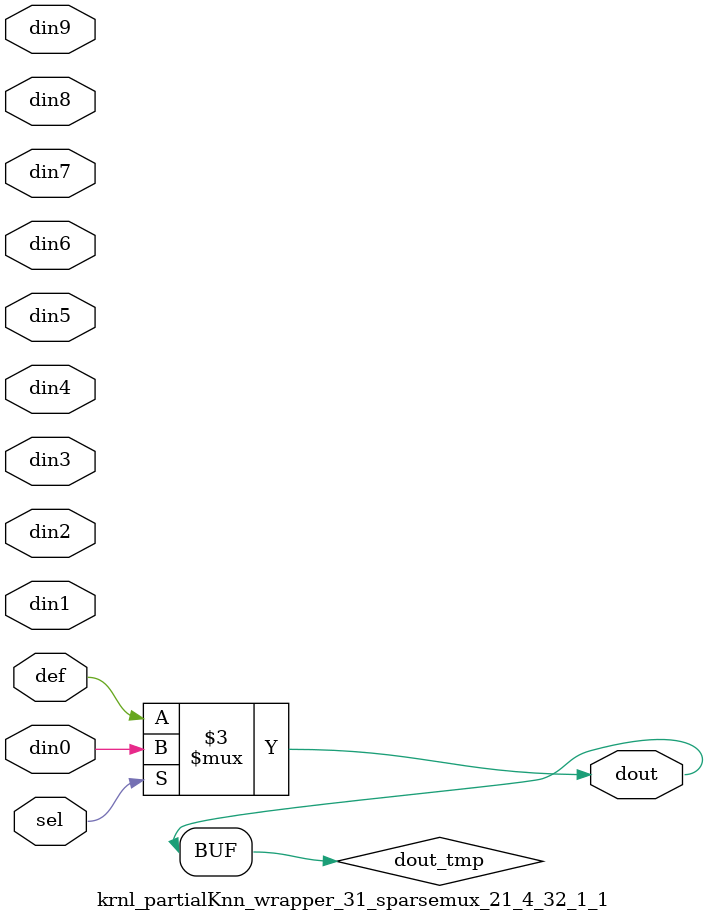
<source format=v>
`timescale 1ns / 1ps

module krnl_partialKnn_wrapper_31_sparsemux_21_4_32_1_1 (din0,din1,din2,din3,din4,din5,din6,din7,din8,din9,def,sel,dout);

parameter din0_WIDTH = 1;

parameter din1_WIDTH = 1;

parameter din2_WIDTH = 1;

parameter din3_WIDTH = 1;

parameter din4_WIDTH = 1;

parameter din5_WIDTH = 1;

parameter din6_WIDTH = 1;

parameter din7_WIDTH = 1;

parameter din8_WIDTH = 1;

parameter din9_WIDTH = 1;

parameter def_WIDTH = 1;
parameter sel_WIDTH = 1;
parameter dout_WIDTH = 1;

parameter [sel_WIDTH-1:0] CASE0 = 1;

parameter [sel_WIDTH-1:0] CASE1 = 1;

parameter [sel_WIDTH-1:0] CASE2 = 1;

parameter [sel_WIDTH-1:0] CASE3 = 1;

parameter [sel_WIDTH-1:0] CASE4 = 1;

parameter [sel_WIDTH-1:0] CASE5 = 1;

parameter [sel_WIDTH-1:0] CASE6 = 1;

parameter [sel_WIDTH-1:0] CASE7 = 1;

parameter [sel_WIDTH-1:0] CASE8 = 1;

parameter [sel_WIDTH-1:0] CASE9 = 1;

parameter ID = 1;
parameter NUM_STAGE = 1;



input [din0_WIDTH-1:0] din0;

input [din1_WIDTH-1:0] din1;

input [din2_WIDTH-1:0] din2;

input [din3_WIDTH-1:0] din3;

input [din4_WIDTH-1:0] din4;

input [din5_WIDTH-1:0] din5;

input [din6_WIDTH-1:0] din6;

input [din7_WIDTH-1:0] din7;

input [din8_WIDTH-1:0] din8;

input [din9_WIDTH-1:0] din9;

input [def_WIDTH-1:0] def;
input [sel_WIDTH-1:0] sel;

output [dout_WIDTH-1:0] dout;



reg [dout_WIDTH-1:0] dout_tmp;

always @ (*) begin
case (sel)
    
    CASE0 : dout_tmp = din0;
    
    CASE1 : dout_tmp = din1;
    
    CASE2 : dout_tmp = din2;
    
    CASE3 : dout_tmp = din3;
    
    CASE4 : dout_tmp = din4;
    
    CASE5 : dout_tmp = din5;
    
    CASE6 : dout_tmp = din6;
    
    CASE7 : dout_tmp = din7;
    
    CASE8 : dout_tmp = din8;
    
    CASE9 : dout_tmp = din9;
    
    default : dout_tmp = def;
endcase
end


assign dout = dout_tmp;



endmodule

</source>
